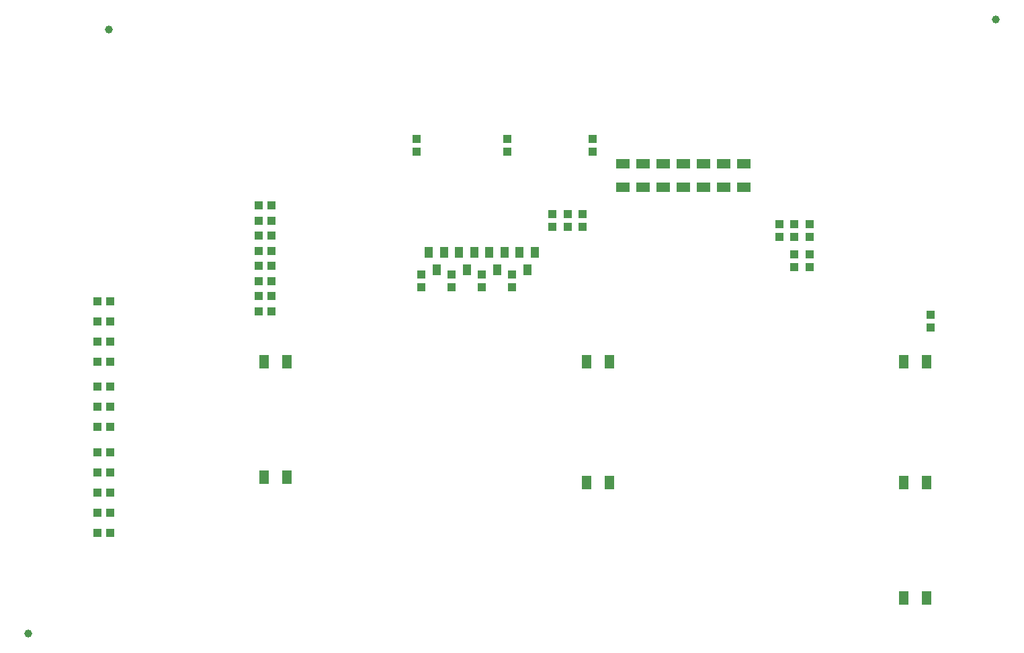
<source format=gbr>
G04 EAGLE Gerber RS-274X export*
G75*
%MOIN*%
%FSLAX34Y34*%
%LPD*%
%INSolderpaste Top*%
%IPPOS*%
%AMOC8*
5,1,8,0,0,1.08239X$1,22.5*%
G01*
%ADD10R,0.039370X0.039370*%
%ADD11R,0.039370X0.055118*%
%ADD12R,0.051181X0.070866*%
%ADD13C,0.039370*%
%ADD14R,0.070866X0.051181*%


D10*
X38000Y20435D03*
X38000Y21065D03*
X39500Y20435D03*
X39500Y21065D03*
X39500Y18935D03*
X39500Y19565D03*
X38750Y20435D03*
X38750Y21065D03*
X38750Y18935D03*
X38750Y19565D03*
D11*
X21000Y18817D03*
X20626Y19683D03*
X21374Y19683D03*
X25500Y18817D03*
X25126Y19683D03*
X25874Y19683D03*
X24000Y18817D03*
X23626Y19683D03*
X24374Y19683D03*
X22500Y18817D03*
X22126Y19683D03*
X22874Y19683D03*
D10*
X12815Y17500D03*
X12185Y17500D03*
X12815Y16750D03*
X12185Y16750D03*
X12815Y22000D03*
X12185Y22000D03*
X12815Y21250D03*
X12185Y21250D03*
X12815Y20500D03*
X12185Y20500D03*
X12815Y19750D03*
X12185Y19750D03*
X12815Y19000D03*
X12185Y19000D03*
X12815Y18250D03*
X12185Y18250D03*
X4815Y5750D03*
X4185Y5750D03*
X4815Y8750D03*
X4185Y8750D03*
X4815Y7750D03*
X4185Y7750D03*
X4815Y6750D03*
X4185Y6750D03*
X20000Y25315D03*
X20000Y24685D03*
X27500Y21565D03*
X27500Y20935D03*
X24500Y25315D03*
X24500Y24685D03*
X28750Y25315D03*
X28750Y24685D03*
D12*
X28429Y8250D03*
X29571Y8250D03*
X28429Y14250D03*
X29571Y14250D03*
X12429Y8500D03*
X13571Y8500D03*
X12429Y14250D03*
X13571Y14250D03*
X44179Y14250D03*
X45321Y14250D03*
X44179Y8250D03*
X45321Y8250D03*
X44179Y2500D03*
X45321Y2500D03*
D10*
X45500Y15935D03*
X45500Y16565D03*
X26750Y21565D03*
X26750Y20935D03*
D13*
X750Y750D03*
X48750Y31250D03*
X4750Y30750D03*
D10*
X4185Y17250D03*
X4815Y17250D03*
X4185Y16250D03*
X4815Y16250D03*
X4185Y15250D03*
X4815Y15250D03*
X4185Y14250D03*
X4815Y14250D03*
X4185Y13000D03*
X4815Y13000D03*
X4185Y12000D03*
X4815Y12000D03*
X4185Y11000D03*
X4815Y11000D03*
X4185Y9750D03*
X4815Y9750D03*
X28250Y21565D03*
X28250Y20935D03*
X21750Y17935D03*
X21750Y18565D03*
X23250Y17935D03*
X23250Y18565D03*
X24750Y17935D03*
X24750Y18565D03*
X20250Y17935D03*
X20250Y18565D03*
D14*
X32250Y24071D03*
X32250Y22929D03*
X33250Y24071D03*
X33250Y22929D03*
X34250Y24071D03*
X34250Y22929D03*
X35250Y24071D03*
X35250Y22929D03*
X36250Y24071D03*
X36250Y22929D03*
X30250Y24071D03*
X30250Y22929D03*
X31250Y24071D03*
X31250Y22929D03*
M02*

</source>
